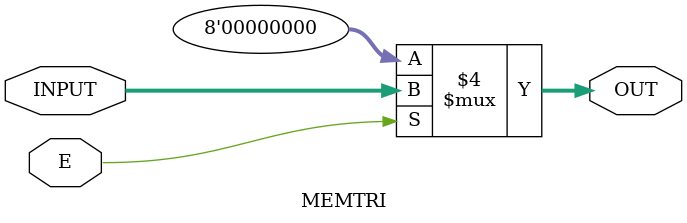
<source format=v>
module MEMTRI(OUT, INPUT, E);

input [7:0] INPUT;
input E; 

output [7:0] OUT;
reg [7:0] OUT;

always
if(E == 1)
	OUT = INPUT;
else
	OUT = 8'b00000000;

endmodule 
</source>
